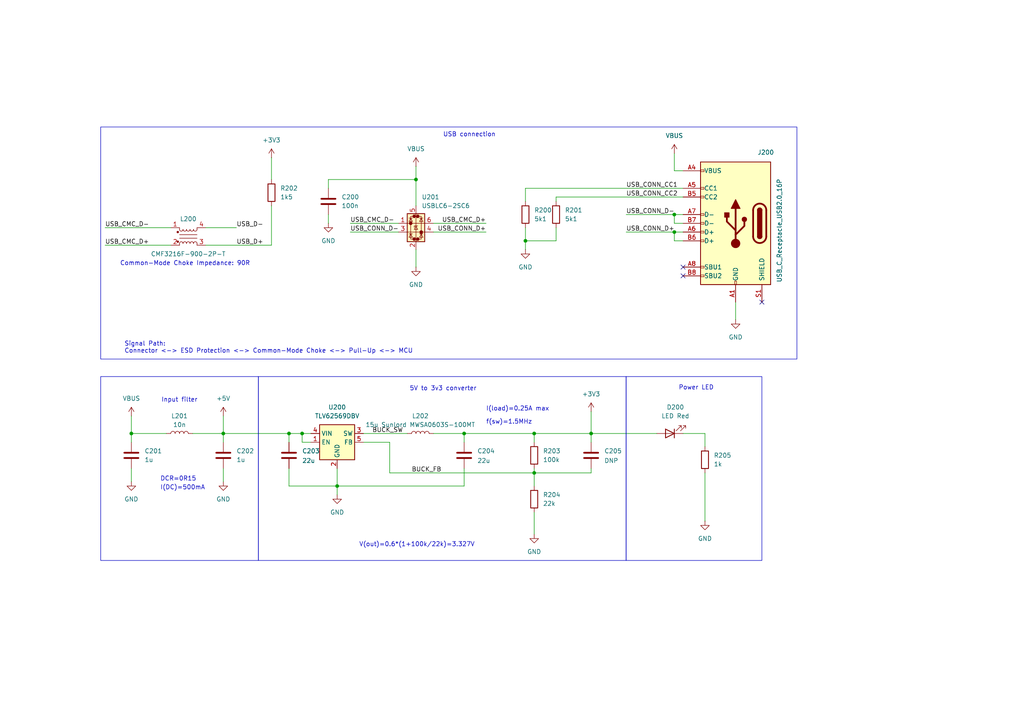
<source format=kicad_sch>
(kicad_sch (version 20231120) (generator "eeschema") (generator_version "8.0")
  (paper "A4")
  (lib_symbols
    (symbol "Connector:USB_C_Receptacle_USB2.0_16P" (pin_names (offset 1.016))
      (property "Reference" "J" (at 0 22.225 0))
      (property "Value" "USB_C_Receptacle_USB2.0_16P" (at 0 19.685 0))
      (symbol "USB_C_Receptacle_USB2.0_16P_0_0"
        (rectangle (start -0.254 -17.78) (end 0.254 -16.764))
        (rectangle (start 10.16 -14.986) (end 9.144 -15.494))
        (rectangle (start 10.16 -12.446) (end 9.144 -12.954))
        (rectangle (start 10.16 -4.826) (end 9.144 -5.334))
        (rectangle (start 10.16 -2.286) (end 9.144 -2.794))
        (rectangle (start 10.16 0.254) (end 9.144 -0.254))
        (rectangle (start 10.16 2.794) (end 9.144 2.286))
        (rectangle (start 10.16 7.874) (end 9.144 7.366))
        (rectangle (start 10.16 10.414) (end 9.144 9.906))
        (rectangle (start 10.16 15.494) (end 9.144 14.986))
      )
      (symbol "USB_C_Receptacle_USB2.0_16P_0_1"
        (rectangle (start -10.16 17.78) (end 10.16 -17.78) (stroke (width 0.254)) (fill (type background)))
        (arc (start -8.89 -3.81) (mid -6.985 -5.7067) (end -5.08 -3.81) (stroke (width 0.508)))
        (arc (start -7.62 -3.81) (mid -6.985 -4.4423) (end -6.35 -3.81) (stroke (width 0.254)))
        (arc (start -7.62 -3.81) (mid -6.985 -4.4423) (end -6.35 -3.81) (stroke (width 0.254)) (fill (type outline)))
        (rectangle (start -7.62 -3.81) (end -6.35 3.81) (stroke (width 0.254)) (fill (type outline)))
        (arc (start -6.35 3.81) (mid -6.985 4.4423) (end -7.62 3.81) (stroke (width 0.254)))
        (arc (start -6.35 3.81) (mid -6.985 4.4423) (end -7.62 3.81) (stroke (width 0.254)) (fill (type outline)))
        (arc (start -5.08 3.81) (mid -6.985 5.7067) (end -8.89 3.81) (stroke (width 0.508)))
        (circle (center -2.54 1.143) (radius 0.635) (stroke (width 0.254)) (fill (type outline)))
        (circle (center 0 -5.842) (radius 1.27) (fill (type outline)))
        (polyline (pts (xy -8.89 -3.81) (xy -8.89 3.81)) (stroke (width 0.508)))
        (polyline (pts (xy -5.08 3.81) (xy -5.08 -3.81)) (stroke (width 0.508)))
        (polyline (pts (xy 0 -5.842) (xy 0 4.318)) (stroke (width 0.508)))
        (polyline (pts (xy 0 -3.302) (xy -2.54 -0.762) (xy -2.54 0.508)) (stroke (width 0.508)))
        (polyline (pts (xy 0 -2.032) (xy 2.54 0.508) (xy 2.54 1.778)) (stroke (width 0.508)))
        (polyline (pts (xy -1.27 4.318) (xy 0 6.858) (xy 1.27 4.318) (xy -1.27 4.318)) (stroke (width 0.254)) (fill (type outline)))
        (rectangle (start 1.905 1.778) (end 3.175 3.048) (stroke (width 0.254)) (fill (type outline)))
      )
      (symbol "USB_C_Receptacle_USB2.0_16P_1_1"
        (pin passive line (at 0 -22.86 90) (length 5.08) (name "GND") (number "A1"))
        (pin passive line (at 0 -22.86 90) (length 5.08) hide (name "GND") (number "A12"))
        (pin passive line (at 15.24 15.24 180) (length 5.08) (name "VBUS") (number "A4"))
        (pin bidirectional line (at 15.24 10.16 180) (length 5.08) (name "CC1") (number "A5"))
        (pin bidirectional line (at 15.24 -2.54 180) (length 5.08) (name "D+") (number "A6"))
        (pin bidirectional line (at 15.24 2.54 180) (length 5.08) (name "D-") (number "A7"))
        (pin bidirectional line (at 15.24 -12.7 180) (length 5.08) (name "SBU1") (number "A8"))
        (pin passive line (at 15.24 15.24 180) (length 5.08) hide (name "VBUS") (number "A9"))
        (pin passive line (at 0 -22.86 90) (length 5.08) hide (name "GND") (number "B1"))
        (pin passive line (at 0 -22.86 90) (length 5.08) hide (name "GND") (number "B12"))
        (pin passive line (at 15.24 15.24 180) (length 5.08) hide (name "VBUS") (number "B4"))
        (pin bidirectional line (at 15.24 7.62 180) (length 5.08) (name "CC2") (number "B5"))
        (pin bidirectional line (at 15.24 -5.08 180) (length 5.08) (name "D+") (number "B6"))
        (pin bidirectional line (at 15.24 0 180) (length 5.08) (name "D-") (number "B7"))
        (pin bidirectional line (at 15.24 -15.24 180) (length 5.08) (name "SBU2") (number "B8"))
        (pin passive line (at 15.24 15.24 180) (length 5.08) hide (name "VBUS") (number "B9"))
        (pin passive line (at -7.62 -22.86 90) (length 5.08) (name "SHIELD") (number "S1"))
      )
    )
    (symbol "Device:C" (pin_numbers hide) (pin_names (offset 0.254))
      (property "Reference" "C" (at 0.635 2.54 0))
      (property "Value" "C" (at 0.635 -2.54 0))
      (symbol "C_0_1"
        (polyline (pts (xy -2.032 -0.762) (xy 2.032 -0.762)) (stroke (width 0.508)))
        (polyline (pts (xy -2.032 0.762) (xy 2.032 0.762)) (stroke (width 0.508)))
      )
      (symbol "C_1_1"
        (pin passive line (at 0 3.81 270) (length 2.794) (name "~") (number "1"))
        (pin passive line (at 0 -3.81 90) (length 2.794) (name "~") (number "2"))
      )
    )
    (symbol "Device:EMI_Filter_LL_1423" (pin_names hide)
      (property "Reference" "FL" (at 0 4.445 0))
      (property "Value" "Device_EMI_Filter_LL_1423" (at 0 -4.445 0))
      (symbol "EMI_Filter_LL_1423_0_1"
        (circle (center -3.048 -1.27) (radius 0.254) (fill (type outline)))
        (circle (center -3.048 1.524) (radius 0.254) (fill (type outline)))
        (arc (start -2.54 2.032) (mid -2.032 1.5262) (end -1.524 2.032))
        (arc (start -1.524 -2.032) (mid -2.032 -1.5262) (end -2.54 -2.032))
        (arc (start -1.524 2.032) (mid -1.016 1.5262) (end -0.508 2.032))
        (arc (start -0.508 -2.032) (mid -1.016 -1.5262) (end -1.524 -2.032))
        (arc (start -0.508 2.032) (mid 0 1.5262) (end 0.508 2.032))
        (polyline (pts (xy -2.54 -2.032) (xy -2.54 -2.54)))
        (polyline (pts (xy -2.54 0.508) (xy 2.54 0.508)))
        (polyline (pts (xy -2.54 2.032) (xy -2.54 2.54)))
        (polyline (pts (xy 2.54 -2.032) (xy 2.54 -2.54)))
        (polyline (pts (xy 2.54 -0.508) (xy -2.54 -0.508)))
        (polyline (pts (xy 2.54 2.54) (xy 2.54 2.032)))
        (arc (start 0.508 -2.032) (mid 0 -1.5262) (end -0.508 -2.032))
        (arc (start 0.508 2.032) (mid 1.016 1.5262) (end 1.524 2.032))
        (arc (start 1.524 -2.032) (mid 1.016 -1.5262) (end 0.508 -2.032))
        (arc (start 1.524 2.032) (mid 2.032 1.5262) (end 2.54 2.032))
        (arc (start 2.54 -2.032) (mid 2.032 -1.5262) (end 1.524 -2.032))
      )
      (symbol "EMI_Filter_LL_1423_1_1"
        (pin passive line (at -5.08 -2.54 0) (length 2.54) (name "1") (number "1"))
        (pin passive line (at -5.08 2.54 0) (length 2.54) (name "2") (number "2"))
        (pin passive line (at 5.08 2.54 180) (length 2.54) (name "3") (number "3"))
        (pin passive line (at 5.08 -2.54 180) (length 2.54) (name "4") (number "4"))
      )
    )
    (symbol "Device:L" (pin_numbers hide) (pin_names (offset 1.016) hide)
      (property "Reference" "L" (at -1.27 0 90))
      (property "Value" "L" (at 1.905 0 90))
      (symbol "L_0_1"
        (arc (start 0 -2.54) (mid 0.6323 -1.905) (end 0 -1.27))
        (arc (start 0 -1.27) (mid 0.6323 -0.635) (end 0 0))
        (arc (start 0 0) (mid 0.6323 0.635) (end 0 1.27))
        (arc (start 0 1.27) (mid 0.6323 1.905) (end 0 2.54))
      )
      (symbol "L_1_1"
        (pin passive line (at 0 3.81 270) (length 1.27) (name "1") (number "1"))
        (pin passive line (at 0 -3.81 90) (length 1.27) (name "2") (number "2"))
      )
    )
    (symbol "Device:LED" (pin_numbers hide) (pin_names (offset 1.016) hide)
      (property "Reference" "D" (at 0 2.54 0))
      (property "Value" "LED" (at 0 -2.54 0))
      (symbol "LED_0_1"
        (polyline (pts (xy -1.27 -1.27) (xy -1.27 1.27)) (stroke (width 0.254)))
        (polyline (pts (xy -1.27 0) (xy 1.27 0)))
        (polyline (pts (xy 1.27 -1.27) (xy 1.27 1.27) (xy -1.27 0) (xy 1.27 -1.27)) (stroke (width 0.254)))
        (polyline (pts (xy -3.048 -0.762) (xy -4.572 -2.286) (xy -3.81 -2.286) (xy -4.572 -2.286) (xy -4.572 -1.524)))
        (polyline (pts (xy -1.778 -0.762) (xy -3.302 -2.286) (xy -2.54 -2.286) (xy -3.302 -2.286) (xy -3.302 -1.524)))
      )
      (symbol "LED_1_1"
        (pin passive line (at -3.81 0 0) (length 2.54) (name "K") (number "1"))
        (pin passive line (at 3.81 0 180) (length 2.54) (name "A") (number "2"))
      )
    )
    (symbol "Device:R" (pin_numbers hide) (pin_names (offset 0))
      (property "Reference" "R" (at 2.032 0 90))
      (property "Value" "R" (at 0 0 90))
      (symbol "R_0_1"
        (rectangle (start -1.016 -2.54) (end 1.016 2.54) (stroke (width 0.254)))
      )
      (symbol "R_1_1"
        (pin passive line (at 0 3.81 270) (length 1.27) (name "~") (number "1"))
        (pin passive line (at 0 -3.81 90) (length 1.27) (name "~") (number "2"))
      )
    )
    (symbol "Power_Protection:USBLC6-2SC6" (pin_names hide)
      (property "Reference" "U" (at 0.635 5.715 0))
      (property "Value" "USBLC6-2SC6" (at 0.635 3.81 0))
      (symbol "USBLC6-2SC6_0_0"
        (circle (center -1.524 0) (radius 0.0001) (stroke (width 0.508)))
        (circle (center -0.508 -4.572) (radius 0.0001) (stroke (width 0.508)))
        (circle (center -0.508 2.032) (radius 0.0001) (stroke (width 0.508)))
        (circle (center 0.508 -4.572) (radius 0.0001) (stroke (width 0.508)))
        (circle (center 0.508 2.032) (radius 0.0001) (stroke (width 0.508)))
        (circle (center 1.524 -2.54) (radius 0.0001) (stroke (width 0.508)))
      )
      (symbol "USBLC6-2SC6_0_1"
        (polyline (pts (xy -2.54 -2.54) (xy 2.54 -2.54)))
        (polyline (pts (xy -2.54 0) (xy 2.54 0)))
        (polyline (pts (xy -2.032 -3.048) (xy -1.016 -3.048)))
        (polyline (pts (xy -1.016 1.524) (xy -2.032 1.524)))
        (polyline (pts (xy 1.016 -3.048) (xy 2.032 -3.048)))
        (polyline (pts (xy 1.016 1.524) (xy 2.032 1.524)))
        (polyline (pts (xy -0.508 -1.143) (xy -0.508 -0.762) (xy 0.508 -0.762)))
        (polyline (pts (xy -2.032 0.508) (xy -1.016 0.508) (xy -1.524 1.524) (xy -2.032 0.508)))
        (polyline (pts (xy -1.016 -4.064) (xy -2.032 -4.064) (xy -1.524 -3.048) (xy -1.016 -4.064)))
        (polyline (pts (xy 0.508 -1.778) (xy -0.508 -1.778) (xy 0 -0.762) (xy 0.508 -1.778)))
        (polyline (pts (xy 2.032 -4.064) (xy 1.016 -4.064) (xy 1.524 -3.048) (xy 2.032 -4.064)))
        (polyline (pts (xy 2.032 0.508) (xy 1.016 0.508) (xy 1.524 1.524) (xy 2.032 0.508)))
        (polyline (pts (xy 0 2.54) (xy -0.508 2.032) (xy 0.508 2.032) (xy 0 1.524) (xy 0 -4.064) (xy -0.508 -4.572) (xy 0.508 -4.572) (xy 0 -5.08)))
      )
      (symbol "USBLC6-2SC6_1_1"
        (rectangle (start -2.54 2.794) (end 2.54 -5.334) (stroke (width 0.254)) (fill (type background)))
        (polyline (pts (xy -0.508 2.032) (xy -1.524 2.032) (xy -1.524 -4.572) (xy -0.508 -4.572)))
        (polyline (pts (xy 0.508 -4.572) (xy 1.524 -4.572) (xy 1.524 2.032) (xy 0.508 2.032)))
        (pin passive line (at -5.08 0 0) (length 2.54) (name "I/O1") (number "1"))
        (pin passive line (at 0 -7.62 90) (length 2.54) (name "GND") (number "2"))
        (pin passive line (at -5.08 -2.54 0) (length 2.54) (name "I/O2") (number "3"))
        (pin passive line (at 5.08 -2.54 180) (length 2.54) (name "I/O2") (number "4"))
        (pin passive line (at 0 5.08 270) (length 2.54) (name "VBUS") (number "5"))
        (pin passive line (at 5.08 0 180) (length 2.54) (name "I/O1") (number "6"))
      )
    )
    (symbol "Regulator_Switching:TLV62569DBV"
      (property "Reference" "U" (at -5.08 6.35 0))
      (property "Value" "TLV62569DBV" (at 0 6.35 0))
      (symbol "TLV62569DBV_0_1"
        (rectangle (start -5.08 5.08) (end 5.08 -5.08) (stroke (width 0.254)) (fill (type background)))
      )
      (symbol "TLV62569DBV_1_1"
        (pin input line (at -7.62 0 0) (length 2.54) (name "EN") (number "1"))
        (pin power_in line (at 0 -7.62 90) (length 2.54) (name "GND") (number "2"))
        (pin power_out line (at 7.62 2.54 180) (length 2.54) (name "SW") (number "3"))
        (pin power_in line (at -7.62 2.54 0) (length 2.54) (name "VIN") (number "4"))
        (pin input line (at 7.62 0 180) (length 2.54) (name "FB") (number "5"))
      )
    )
    (symbol "power:+3V3" (power) (pin_numbers hide) (pin_names (offset 0) hide)
      (property "Value" "+3V3" (at 0 3.556 0))
      (symbol "+3V3_0_1"
        (polyline (pts (xy -0.762 1.27) (xy 0 2.54)))
        (polyline (pts (xy 0 0) (xy 0 2.54)))
        (polyline (pts (xy 0 2.54) (xy 0.762 1.27)))
      )
      (symbol "+3V3_1_1"
        (pin power_in line (at 0 0 90) (length 0) (name "~") (number "1"))
      )
    )
    (symbol "power:+5V" (power) (pin_numbers hide) (pin_names (offset 0) hide)
      (property "Value" "+5V" (at 0 3.556 0))
      (symbol "+5V_0_1"
        (polyline (pts (xy -0.762 1.27) (xy 0 2.54)))
        (polyline (pts (xy 0 0) (xy 0 2.54)))
        (polyline (pts (xy 0 2.54) (xy 0.762 1.27)))
      )
      (symbol "+5V_1_1"
        (pin power_in line (at 0 0 90) (length 0) (name "~") (number "1"))
      )
    )
    (symbol "power:GND" (power) (pin_numbers hide) (pin_names (offset 0) hide)
      (property "Value" "GND" (at 0 -3.81 0))
      (symbol "GND_0_1"
        (polyline (pts (xy 0 0) (xy 0 -1.27) (xy 1.27 -1.27) (xy 0 -2.54) (xy -1.27 -1.27) (xy 0 -1.27)))
      )
      (symbol "GND_1_1"
        (pin power_in line (at 0 0 270) (length 0) (name "~") (number "1"))
      )
    )
    (symbol "power:VBUS" (power) (pin_numbers hide) (pin_names (offset 0) hide)
      (property "Value" "VBUS" (at 0 3.556 0))
      (symbol "VBUS_0_1"
        (polyline (pts (xy -0.762 1.27) (xy 0 2.54)))
        (polyline (pts (xy 0 0) (xy 0 2.54)))
        (polyline (pts (xy 0 2.54) (xy 0.762 1.27)))
      )
      (symbol "VBUS_1_1"
        (pin power_in line (at 0 0 90) (length 0) (name "~") (number "1"))
      )
    )
  )
  (junction (at 195.58 67.31))
  (junction (at 134.62 125.73))
  (junction (at 38.1 125.73))
  (junction (at 64.77 125.73))
  (junction (at 171.45 125.73))
  (junction (at 152.4 69.85))
  (junction (at 120.65 52.07))
  (junction (at 195.58 62.23))
  (junction (at 154.94 137.16))
  (junction (at 154.94 125.73))
  (junction (at 83.82 125.73))
  (junction (at 97.79 140.97))
  (junction (at 87.63 125.73))
  (no_connect (at 198.12 80.01))
  (no_connect (at 198.12 77.47))
  (no_connect (at 220.98 87.63))
  (wire (pts (xy 134.62 135.89) (xy 134.62 140.97)))
  (wire (pts (xy 134.62 128.27) (xy 134.62 125.73)))
  (wire (pts (xy 198.12 69.85) (xy 195.58 69.85)))
  (wire (pts (xy 204.47 125.73) (xy 204.47 129.54)))
  (wire (pts (xy 152.4 54.61) (xy 152.4 58.42)))
  (wire (pts (xy 154.94 148.59) (xy 154.94 154.94)))
  (wire (pts (xy 134.62 140.97) (xy 97.79 140.97)))
  (wire (pts (xy 195.58 69.85) (xy 195.58 67.31)))
  (wire (pts (xy 78.74 59.69) (xy 78.74 71.12)))
  (wire (pts (xy 152.4 69.85) (xy 152.4 72.39)))
  (wire (pts (xy 55.88 125.73) (xy 64.77 125.73)))
  (wire (pts (xy 113.03 128.27) (xy 113.03 137.16)))
  (wire (pts (xy 125.73 64.77) (xy 140.97 64.77)))
  (wire (pts (xy 59.69 66.04) (xy 68.58 66.04)))
  (wire (pts (xy 38.1 135.89) (xy 38.1 139.7)))
  (wire (pts (xy 30.48 71.12) (xy 49.53 71.12)))
  (wire (pts (xy 97.79 140.97) (xy 97.79 143.51)))
  (wire (pts (xy 83.82 125.73) (xy 87.63 125.73)))
  (wire (pts (xy 101.6 64.77) (xy 115.57 64.77)))
  (wire (pts (xy 195.58 44.45) (xy 195.58 49.53)))
  (wire (pts (xy 161.29 57.15) (xy 161.29 58.42)))
  (wire (pts (xy 105.41 128.27) (xy 113.03 128.27)))
  (wire (pts (xy 195.58 67.31) (xy 198.12 67.31)))
  (wire (pts (xy 87.63 125.73) (xy 90.17 125.73)))
  (wire (pts (xy 171.45 125.73) (xy 190.5 125.73)))
  (wire (pts (xy 30.48 66.04) (xy 49.53 66.04)))
  (wire (pts (xy 154.94 125.73) (xy 171.45 125.73)))
  (wire (pts (xy 171.45 125.73) (xy 171.45 119.38)))
  (wire (pts (xy 154.94 137.16) (xy 154.94 140.97)))
  (wire (pts (xy 198.12 125.73) (xy 204.47 125.73)))
  (wire (pts (xy 105.41 125.73) (xy 118.11 125.73)))
  (wire (pts (xy 113.03 137.16) (xy 154.94 137.16)))
  (wire (pts (xy 204.47 137.16) (xy 204.47 151.13)))
  (wire (pts (xy 198.12 64.77) (xy 195.58 64.77)))
  (wire (pts (xy 38.1 120.65) (xy 38.1 125.73)))
  (wire (pts (xy 83.82 140.97) (xy 97.79 140.97)))
  (wire (pts (xy 101.6 67.31) (xy 115.57 67.31)))
  (wire (pts (xy 181.61 67.31) (xy 195.58 67.31)))
  (wire (pts (xy 134.62 125.73) (xy 154.94 125.73)))
  (wire (pts (xy 152.4 66.04) (xy 152.4 69.85)))
  (wire (pts (xy 64.77 125.73) (xy 64.77 128.27)))
  (wire (pts (xy 195.58 62.23) (xy 198.12 62.23)))
  (wire (pts (xy 95.25 62.23) (xy 95.25 64.77)))
  (wire (pts (xy 181.61 62.23) (xy 195.58 62.23)))
  (wire (pts (xy 38.1 125.73) (xy 48.26 125.73)))
  (wire (pts (xy 120.65 48.26) (xy 120.65 52.07)))
  (wire (pts (xy 152.4 54.61) (xy 198.12 54.61)))
  (wire (pts (xy 97.79 135.89) (xy 97.79 140.97)))
  (wire (pts (xy 83.82 125.73) (xy 83.82 128.27)))
  (wire (pts (xy 120.65 52.07) (xy 120.65 59.69)))
  (wire (pts (xy 171.45 125.73) (xy 171.45 128.27)))
  (wire (pts (xy 59.69 71.12) (xy 78.74 71.12)))
  (wire (pts (xy 213.36 87.63) (xy 213.36 92.71)))
  (wire (pts (xy 161.29 69.85) (xy 152.4 69.85)))
  (wire (pts (xy 64.77 125.73) (xy 83.82 125.73)))
  (wire (pts (xy 195.58 62.23) (xy 195.58 64.77)))
  (wire (pts (xy 120.65 72.39) (xy 120.65 77.47)))
  (wire (pts (xy 154.94 137.16) (xy 171.45 137.16)))
  (wire (pts (xy 154.94 135.89) (xy 154.94 137.16)))
  (wire (pts (xy 134.62 125.73) (xy 125.73 125.73)))
  (wire (pts (xy 95.25 52.07) (xy 95.25 54.61)))
  (wire (pts (xy 78.74 45.72) (xy 78.74 52.07)))
  (wire (pts (xy 87.63 128.27) (xy 90.17 128.27)))
  (wire (pts (xy 195.58 49.53) (xy 198.12 49.53)))
  (wire (pts (xy 161.29 57.15) (xy 198.12 57.15)))
  (wire (pts (xy 64.77 120.65) (xy 64.77 125.73)))
  (wire (pts (xy 38.1 128.27) (xy 38.1 125.73)))
  (wire (pts (xy 64.77 135.89) (xy 64.77 139.7)))
  (wire (pts (xy 83.82 135.89) (xy 83.82 140.97)))
  (wire (pts (xy 154.94 125.73) (xy 154.94 128.27)))
  (wire (pts (xy 125.73 67.31) (xy 140.97 67.31)))
  (wire (pts (xy 87.63 125.73) (xy 87.63 128.27)))
  (wire (pts (xy 171.45 137.16) (xy 171.45 135.89)))
  (wire (pts (xy 161.29 66.04) (xy 161.29 69.85)))
  (wire (pts (xy 95.25 52.07) (xy 120.65 52.07)))
  (rectangle (start 181.61 109.22) (end 220.98 162.56))
  (rectangle (start 74.93 109.22) (end 181.61 162.56))
  (rectangle (start 29.21 36.83) (end 231.14 104.14))
  (rectangle (start 29.21 109.22) (end 74.93 162.56))
  (text "5V to 3v3 converter" (at 128.524 112.776 0) (effects (font (size 1.27 1.27))))
  (text "I(load)=0.25A max" (at 140.97 119.38 0) (effects (font (size 1.27 1.27)) (justify left bottom)))
  (text "DCR=0R15" (at 46.482 139.7 0) (effects (font (size 1.27 1.27)) (justify left bottom)))
  (text "Power LED" (at 201.93 112.522 0) (effects (font (size 1.27 1.27))))
  (text "Common-Mode Choke Impedance: 90R" (at 34.798 77.216 0) (effects (font (size 1.27 1.27)) (justify left bottom)))
  (text "V(out)=0.6*(1+100k/22k)=3.327V" (at 104.14 158.75 0) (effects (font (size 1.27 1.27)) (justify left bottom)))
  (text "USB connection" (at 136.144 39.116 0) (effects (font (size 1.27 1.27))))
  (text "f(sw)=1.5MHz" (at 140.97 123.19 0) (effects (font (size 1.27 1.27)) (justify left bottom)))
  (text "I(DC)=500mA" (at 46.482 142.24 0) (effects (font (size 1.27 1.27)) (justify left bottom)))
  (text "Signal Path:\nConnector <-> ESD Protection <-> Common-Mode Choke <-> Pull-Up <-> MCU\n" (at 36.068 102.616 0) (effects (font (size 1.27 1.27)) (justify left bottom)))
  (text "Input filter" (at 52.07 116.078 0) (effects (font (size 1.27 1.27))))
  (label "USB_D+" (at 68.58 71.12 0))
  (label "USB_CONN_D+" (at 140.97 67.31 180))
  (label "USB_CONN_CC2" (at 181.61 57.15 0))
  (label "BUCK_FB" (at 119.38 137.16 0))
  (label "USB_CMC_D-" (at 30.48 66.04 0))
  (label "USB_CONN_D+" (at 181.61 67.31 0))
  (label "USB_CMC_D+" (at 30.48 71.12 0))
  (label "USB_CONN_D-" (at 101.6 67.31 0))
  (label "USB_CONN_CC1" (at 181.61 54.61 0))
  (label "BUCK_SW" (at 107.95 125.73 0))
  (label "USB_CONN_D-" (at 181.61 62.23 0))
  (label "USB_D-" (at 68.58 66.04 0))
  (label "USB_CMC_D-" (at 101.6 64.77 0))
  (label "USB_CMC_D+" (at 140.97 64.77 180))
  (symbol (lib_id "power:GND") (at 38.1 139.7 0) (unit 1)
    (property "Reference" "#PWR030" (effects (hide yes)))
    (property "Value" "GND" (at 38.1 144.78 0))
    (property "Description" "Power symbol creates a global label with name \"GND\" , ground" (effects (hide yes)))
  )
  (symbol (lib_id "power:+3V3") (at 171.45 119.38 0) (unit 1)
    (property "Reference" "#PWR035" (effects (hide yes)))
    (property "Value" "+3V3" (at 171.45 114.3 0))
    (property "Description" "Power symbol creates a global label with name \"+3V3\"" (effects (hide yes)))
  )
  (symbol (lib_id "Device:R") (at 78.74 55.88 0) (unit 1)
    (property "Reference" "R202" (at 81.28 54.6099 0) (effects (justify left)))
    (property "Value" "1k5" (at 81.28 57.1499 0) (effects (justify left)))
    (property "Footprint" "Resistor_SMD:R_0402_1005Metric" (effects (hide yes)))
    (property "Description" "Resistor" (effects (hide yes)))
  )
  (symbol (lib_id "Connector:USB_C_Receptacle_USB2.0_16P") (at 213.36 64.77 0) (mirror y) (unit 1)
    (property "Reference" "J200" (at 219.71 44.196 0) (effects (justify right)))
    (property "Value" "USB_C_Receptacle_USB2.0_16P" (at 226.06 51.816 90) (effects (justify right)))
    (property "Footprint" "Connector_USB:USB_C_Receptacle_HCTL_HC-TYPE-C-16P-01A" (effects (hide yes)))
    (property "Datasheet" "https://www.usb.org/sites/default/files/documents/usb_type-c.zip" (effects (hide yes)))
    (property "Description" "USB 2.0-only 16P Type-C Receptacle connector" (effects (hide yes)))
  )
  (symbol (lib_id "power:GND") (at 64.77 139.7 0) (unit 1)
    (property "Reference" "#PWR031" (effects (hide yes)))
    (property "Value" "GND" (at 64.77 144.78 0))
    (property "Description" "Power symbol creates a global label with name \"GND\" , ground" (effects (hide yes)))
  )
  (symbol (lib_id "Device:EMI_Filter_LL_1423") (at 54.61 68.58 0) (mirror x) (unit 1)
    (property "Reference" "L200" (at 54.61 63.5 0))
    (property "Value" "CMF3216F-900-2P-T" (at 54.61 73.66 0))
  )
  (symbol (lib_id "Device:C") (at 83.82 132.08 0) (unit 1)
    (property "Reference" "C203" (at 87.63 130.81 0) (effects (justify left)))
    (property "Value" "22u" (at 87.63 133.604 0) (effects (justify left)))
    (property "Footprint" "Capacitor_SMD:C_0805_2012Metric" (effects (hide yes)))
    (property "Description" "Unpolarized capacitor" (effects (hide yes)))
  )
  (symbol (lib_id "Device:C") (at 64.77 132.08 0) (unit 1)
    (property "Reference" "C202" (at 68.58 130.8099 0) (effects (justify left)))
    (property "Value" "1u" (at 68.58 133.3499 0) (effects (justify left)))
    (property "Footprint" "Capacitor_SMD:C_0603_1608Metric" (effects (hide yes)))
    (property "Description" "Unpolarized capacitor" (effects (hide yes)))
  )
  (symbol (lib_id "Power_Protection:USBLC6-2SC6") (at 120.65 64.77 0) (unit 1)
    (property "Reference" "U201" (at 122.3011 57.15 0) (effects (justify left)))
    (property "Value" "USBLC6-2SC6" (at 122.3011 59.69 0) (effects (justify left)))
    (property "Footprint" "Package_TO_SOT_SMD:SOT-23-6" (effects (hide yes)))
    (property "Datasheet" "https://www.st.com/resource/en/datasheet/usblc6-2.pdf" (effects (hide yes)))
    (property "Description" "Very low capacitance ESD protection diode, 2 data-line, SOT-23-6" (effects (hide yes)))
  )
  (symbol (lib_id "Device:R") (at 154.94 132.08 0) (unit 1)
    (property "Reference" "R203" (at 157.48 130.8099 0) (effects (justify left)))
    (property "Value" "100k" (at 157.48 133.3499 0) (effects (justify left)))
    (property "Footprint" "Resistor_SMD:R_0402_1005Metric" (effects (hide yes)))
    (property "Description" "Resistor" (effects (hide yes)))
  )
  (symbol (lib_id "Device:C") (at 171.45 132.08 0) (unit 1)
    (property "Reference" "C205" (at 175.26 130.81 0) (effects (justify left)))
    (property "Value" "DNP" (at 175.26 133.604 0) (effects (justify left)))
    (property "Footprint" "Capacitor_SMD:C_0402_1005Metric" (effects (hide yes)))
    (property "Description" "Unpolarized capacitor" (effects (hide yes)))
  )
  (symbol (lib_id "Device:L") (at 121.92 125.73 90) (unit 1)
    (property "Reference" "L202" (at 121.92 120.65 90))
    (property "Value" "15u Sunlord MWSA0603S-100MT" (at 121.92 123.19 90))
    (property "Datasheet" "https://www.lcsc.com/product-detail/Power-Inductors_Sunlord-MWSA0603S-100MT_C132141.html" (effects (hide yes)))
    (property "Description" "Inductor" (effects (hide yes)))
  )
  (symbol (lib_id "Device:L") (at 52.07 125.73 90) (unit 1)
    (property "Reference" "L201" (at 52.07 120.65 90))
    (property "Value" "10n" (at 52.07 123.19 90))
    (property "Footprint" "Inductor_SMD:L_0402_1005Metric" (effects (hide yes)))
    (property "Description" "Inductor" (effects (hide yes)))
  )
  (symbol (lib_id "Device:C") (at 95.25 58.42 0) (unit 1)
    (property "Reference" "C200" (at 99.06 57.1499 0) (effects (justify left)))
    (property "Value" "100n" (at 99.06 59.6899 0) (effects (justify left)))
    (property "Footprint" "Capacitor_SMD:C_0402_1005Metric" (effects (hide yes)))
    (property "Description" "Unpolarized capacitor" (effects (hide yes)))
  )
  (symbol (lib_id "power:+3V3") (at 78.74 45.72 0) (unit 1)
    (property "Reference" "#PWR028" (effects (hide yes)))
    (property "Value" "+3V3" (at 78.74 40.64 0))
    (property "Description" "Power symbol creates a global label with name \"+3V3\"" (effects (hide yes)))
  )
  (symbol (lib_id "Device:R") (at 154.94 144.78 0) (unit 1)
    (property "Reference" "R204" (at 157.48 143.5099 0) (effects (justify left)))
    (property "Value" "22k" (at 157.48 146.0499 0) (effects (justify left)))
    (property "Footprint" "Resistor_SMD:R_0402_1005Metric" (effects (hide yes)))
    (property "Description" "Resistor" (effects (hide yes)))
  )
  (symbol (lib_id "power:VBUS") (at 38.1 120.65 0) (unit 1)
    (property "Reference" "#PWR029" (effects (hide yes)))
    (property "Value" "VBUS" (at 38.1 115.57 0))
    (property "Description" "Power symbol creates a global label with name \"VBUS\"" (effects (hide yes)))
  )
  (symbol (lib_id "Device:C") (at 38.1 132.08 0) (unit 1)
    (property "Reference" "C201" (at 41.91 130.8099 0) (effects (justify left)))
    (property "Value" "1u" (at 41.91 133.3499 0) (effects (justify left)))
    (property "Footprint" "Capacitor_SMD:C_0603_1608Metric" (effects (hide yes)))
    (property "Description" "Unpolarized capacitor" (effects (hide yes)))
  )
  (symbol (lib_id "power:GND") (at 154.94 154.94 0) (unit 1)
    (property "Reference" "#PWR034" (effects (hide yes)))
    (property "Value" "GND" (at 154.94 160.02 0))
    (property "Description" "Power symbol creates a global label with name \"GND\" , ground" (effects (hide yes)))
  )
  (symbol (lib_id "power:GND") (at 213.36 92.71 0) (unit 1)
    (property "Reference" "#PWR022" (effects (hide yes)))
    (property "Value" "GND" (at 213.36 97.79 0))
    (property "Description" "Power symbol creates a global label with name \"GND\" , ground" (effects (hide yes)))
  )
  (symbol (lib_id "Regulator_Switching:TLV62569DBV") (at 97.79 128.27 0) (unit 1)
    (property "Reference" "U200" (at 97.79 118.11 0))
    (property "Value" "TLV62569DBV" (at 97.79 120.65 0))
    (property "Footprint" "Package_TO_SOT_SMD:SOT-23-5" (effects (hide yes)))
    (property "Datasheet" "http://www.ti.com/lit/ds/symlink/tlv62569.pdf" (effects (hide yes)))
    (property "Description" "High Efficiency Synchronous Buck Converter, Adjustable Output 0.6V-5.5V, 2A, SOT-23-5" (effects (hide yes)))
  )
  (symbol (lib_id "power:GND") (at 204.47 151.13 0) (unit 1)
    (property "Reference" "#PWR036" (effects (hide yes)))
    (property "Value" "GND" (at 204.47 156.21 0))
    (property "Description" "Power symbol creates a global label with name \"GND\" , ground" (effects (hide yes)))
  )
  (symbol (lib_id "power:GND") (at 97.79 143.51 0) (unit 1)
    (property "Reference" "#PWR033" (effects (hide yes)))
    (property "Value" "GND" (at 97.79 148.59 0))
    (property "Description" "Power symbol creates a global label with name \"GND\" , ground" (effects (hide yes)))
  )
  (symbol (lib_id "power:GND") (at 95.25 64.77 0) (unit 1)
    (property "Reference" "#PWR027" (effects (hide yes)))
    (property "Value" "GND" (at 95.25 69.85 0))
    (property "Description" "Power symbol creates a global label with name \"GND\" , ground" (effects (hide yes)))
  )
  (symbol (lib_id "Device:R") (at 204.47 133.35 0) (unit 1)
    (property "Reference" "R205" (at 207.01 132.0799 0) (effects (justify left)))
    (property "Value" "1k" (at 207.01 134.6199 0) (effects (justify left)))
    (property "Footprint" "Resistor_SMD:R_0402_1005Metric" (effects (hide yes)))
    (property "Description" "Resistor" (effects (hide yes)))
  )
  (symbol (lib_id "Device:LED") (at 194.31 125.73 180) (unit 1)
    (property "Reference" "D200" (at 195.8975 118.11 0))
    (property "Value" "LED Red" (at 195.8975 120.65 0))
    (property "Footprint" "LED_SMD:LED_0603_1608Metric" (effects (hide yes)))
    (property "Description" "Light emitting diode" (effects (hide yes)))
  )
  (symbol (lib_id "power:GND") (at 152.4 72.39 0) (unit 1)
    (property "Reference" "#PWR024" (effects (hide yes)))
    (property "Value" "GND" (at 152.4 77.47 0))
    (property "Description" "Power symbol creates a global label with name \"GND\" , ground" (effects (hide yes)))
  )
  (symbol (lib_id "power:VBUS") (at 120.65 48.26 0) (unit 1)
    (property "Reference" "#PWR025" (effects (hide yes)))
    (property "Value" "VBUS" (at 120.65 43.18 0))
    (property "Description" "Power symbol creates a global label with name \"VBUS\"" (effects (hide yes)))
  )
  (symbol (lib_id "power:+5V") (at 64.77 120.65 0) (unit 1)
    (property "Reference" "#PWR032" (effects (hide yes)))
    (property "Value" "+5V" (at 64.77 115.57 0))
    (property "Description" "Power symbol creates a global label with name \"+5V\"" (effects (hide yes)))
  )
  (symbol (lib_id "Device:R") (at 161.29 62.23 180) (unit 1)
    (property "Reference" "R201" (at 163.83 60.9599 0) (effects (justify right)))
    (property "Value" "5k1" (at 163.83 63.4999 0) (effects (justify right)))
    (property "Footprint" "Resistor_SMD:R_0402_1005Metric" (effects (hide yes)))
    (property "Description" "Resistor" (effects (hide yes)))
  )
  (symbol (lib_id "power:VBUS") (at 195.58 44.45 0) (unit 1)
    (property "Reference" "#PWR023" (effects (hide yes)))
    (property "Value" "VBUS" (at 195.58 39.37 0))
    (property "Description" "Power symbol creates a global label with name \"VBUS\"" (effects (hide yes)))
  )
  (symbol (lib_id "Device:R") (at 152.4 62.23 180) (unit 1)
    (property "Reference" "R200" (at 154.94 60.9599 0) (effects (justify right)))
    (property "Value" "5k1" (at 154.94 63.4999 0) (effects (justify right)))
    (property "Footprint" "Resistor_SMD:R_0402_1005Metric" (effects (hide yes)))
    (property "Description" "Resistor" (effects (hide yes)))
  )
  (symbol (lib_id "power:GND") (at 120.65 77.47 0) (unit 1)
    (property "Reference" "#PWR026" (effects (hide yes)))
    (property "Value" "GND" (at 120.65 82.55 0))
    (property "Description" "Power symbol creates a global label with name \"GND\" , ground" (effects (hide yes)))
  )
  (symbol (lib_id "Device:C") (at 134.62 132.08 0) (unit 1)
    (property "Reference" "C204" (at 138.43 130.81 0) (effects (justify left)))
    (property "Value" "22u" (at 138.43 133.604 0) (effects (justify left)))
    (property "Footprint" "Capacitor_SMD:C_0805_2012Metric" (effects (hide yes)))
    (property "Description" "Unpolarized capacitor" (effects (hide yes)))
  )
)
</source>
